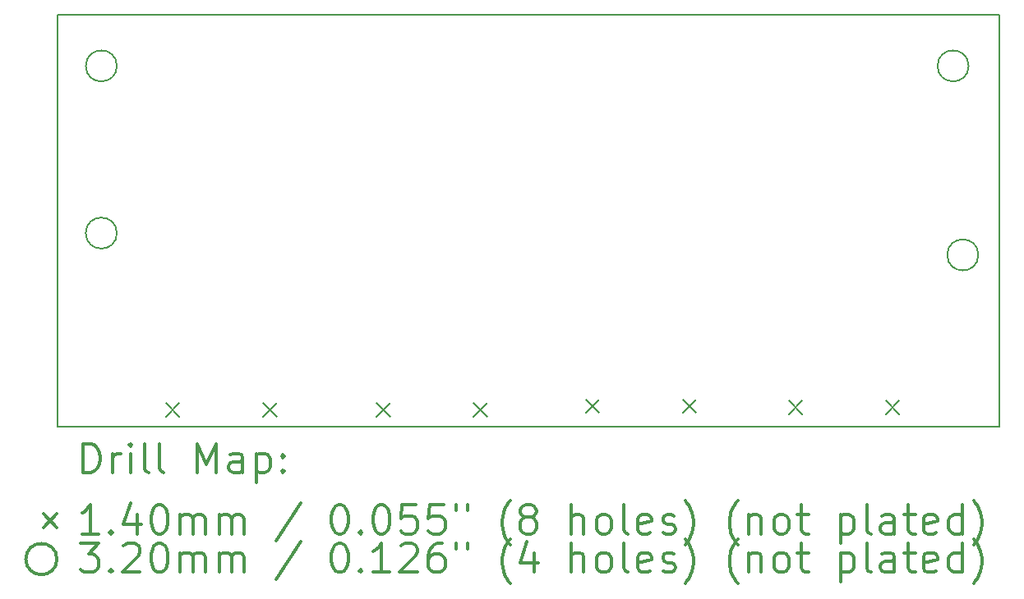
<source format=gbr>
%FSLAX45Y45*%
G04 Gerber Fmt 4.5, Leading zero omitted, Abs format (unit mm)*
G04 Created by KiCad (PCBNEW 4.0.2-stable) date 15/07/2016 14:21:15*
%MOMM*%
G01*
G04 APERTURE LIST*
%ADD10C,0.127000*%
%ADD11C,0.150000*%
%ADD12C,0.200000*%
%ADD13C,0.300000*%
G04 APERTURE END LIST*
D10*
D11*
X13150000Y-4250000D02*
X13150000Y-4350000D01*
X3450000Y-4250000D02*
X13150000Y-4250000D01*
X3450000Y-4350000D02*
X3450000Y-4250000D01*
X3450000Y-8500000D02*
X3450000Y-4350000D01*
X3775000Y-8500000D02*
X3450000Y-8500000D01*
X13150000Y-4350000D02*
X13150000Y-4825000D01*
X13150000Y-8500000D02*
X4075000Y-8500000D01*
X13150000Y-8475000D02*
X13150000Y-8500000D01*
X13150000Y-4825000D02*
X13150000Y-8475000D01*
X4075000Y-8500000D02*
X3775000Y-8500000D01*
D12*
X4565300Y-8252394D02*
X4705000Y-8392094D01*
X4705000Y-8252394D02*
X4565300Y-8392094D01*
X5565552Y-8252394D02*
X5705252Y-8392094D01*
X5705252Y-8252394D02*
X5565552Y-8392094D01*
X6735300Y-8252394D02*
X6875000Y-8392094D01*
X6875000Y-8252394D02*
X6735300Y-8392094D01*
X7735552Y-8252394D02*
X7875252Y-8392094D01*
X7875252Y-8252394D02*
X7735552Y-8392094D01*
X8890300Y-8216394D02*
X9030000Y-8356094D01*
X9030000Y-8216394D02*
X8890300Y-8356094D01*
X9890552Y-8216394D02*
X10030252Y-8356094D01*
X10030252Y-8216394D02*
X9890552Y-8356094D01*
X10980024Y-8229920D02*
X11119724Y-8369620D01*
X11119724Y-8229920D02*
X10980024Y-8369620D01*
X11980276Y-8229920D02*
X12119976Y-8369620D01*
X12119976Y-8229920D02*
X11980276Y-8369620D01*
X4060000Y-4775000D02*
G75*
G03X4060000Y-4775000I-160000J0D01*
G01*
X4060000Y-6500000D02*
G75*
G03X4060000Y-6500000I-160000J0D01*
G01*
X12835000Y-4775000D02*
G75*
G03X12835000Y-4775000I-160000J0D01*
G01*
X12935000Y-6725000D02*
G75*
G03X12935000Y-6725000I-160000J0D01*
G01*
D13*
X3713928Y-8973214D02*
X3713928Y-8673214D01*
X3785357Y-8673214D01*
X3828214Y-8687500D01*
X3856786Y-8716072D01*
X3871071Y-8744643D01*
X3885357Y-8801786D01*
X3885357Y-8844643D01*
X3871071Y-8901786D01*
X3856786Y-8930357D01*
X3828214Y-8958929D01*
X3785357Y-8973214D01*
X3713928Y-8973214D01*
X4013928Y-8973214D02*
X4013928Y-8773214D01*
X4013928Y-8830357D02*
X4028214Y-8801786D01*
X4042500Y-8787500D01*
X4071071Y-8773214D01*
X4099643Y-8773214D01*
X4199643Y-8973214D02*
X4199643Y-8773214D01*
X4199643Y-8673214D02*
X4185357Y-8687500D01*
X4199643Y-8701786D01*
X4213929Y-8687500D01*
X4199643Y-8673214D01*
X4199643Y-8701786D01*
X4385357Y-8973214D02*
X4356786Y-8958929D01*
X4342500Y-8930357D01*
X4342500Y-8673214D01*
X4542500Y-8973214D02*
X4513929Y-8958929D01*
X4499643Y-8930357D01*
X4499643Y-8673214D01*
X4885357Y-8973214D02*
X4885357Y-8673214D01*
X4985357Y-8887500D01*
X5085357Y-8673214D01*
X5085357Y-8973214D01*
X5356786Y-8973214D02*
X5356786Y-8816072D01*
X5342500Y-8787500D01*
X5313929Y-8773214D01*
X5256786Y-8773214D01*
X5228214Y-8787500D01*
X5356786Y-8958929D02*
X5328214Y-8973214D01*
X5256786Y-8973214D01*
X5228214Y-8958929D01*
X5213929Y-8930357D01*
X5213929Y-8901786D01*
X5228214Y-8873214D01*
X5256786Y-8858929D01*
X5328214Y-8858929D01*
X5356786Y-8844643D01*
X5499643Y-8773214D02*
X5499643Y-9073214D01*
X5499643Y-8787500D02*
X5528214Y-8773214D01*
X5585357Y-8773214D01*
X5613928Y-8787500D01*
X5628214Y-8801786D01*
X5642500Y-8830357D01*
X5642500Y-8916072D01*
X5628214Y-8944643D01*
X5613928Y-8958929D01*
X5585357Y-8973214D01*
X5528214Y-8973214D01*
X5499643Y-8958929D01*
X5771071Y-8944643D02*
X5785357Y-8958929D01*
X5771071Y-8973214D01*
X5756786Y-8958929D01*
X5771071Y-8944643D01*
X5771071Y-8973214D01*
X5771071Y-8787500D02*
X5785357Y-8801786D01*
X5771071Y-8816072D01*
X5756786Y-8801786D01*
X5771071Y-8787500D01*
X5771071Y-8816072D01*
X3302800Y-9397650D02*
X3442500Y-9537350D01*
X3442500Y-9397650D02*
X3302800Y-9537350D01*
X3871071Y-9603214D02*
X3699643Y-9603214D01*
X3785357Y-9603214D02*
X3785357Y-9303214D01*
X3756786Y-9346072D01*
X3728214Y-9374643D01*
X3699643Y-9388929D01*
X3999643Y-9574643D02*
X4013928Y-9588929D01*
X3999643Y-9603214D01*
X3985357Y-9588929D01*
X3999643Y-9574643D01*
X3999643Y-9603214D01*
X4271071Y-9403214D02*
X4271071Y-9603214D01*
X4199643Y-9288929D02*
X4128214Y-9503214D01*
X4313928Y-9503214D01*
X4485357Y-9303214D02*
X4513929Y-9303214D01*
X4542500Y-9317500D01*
X4556786Y-9331786D01*
X4571071Y-9360357D01*
X4585357Y-9417500D01*
X4585357Y-9488929D01*
X4571071Y-9546072D01*
X4556786Y-9574643D01*
X4542500Y-9588929D01*
X4513929Y-9603214D01*
X4485357Y-9603214D01*
X4456786Y-9588929D01*
X4442500Y-9574643D01*
X4428214Y-9546072D01*
X4413929Y-9488929D01*
X4413929Y-9417500D01*
X4428214Y-9360357D01*
X4442500Y-9331786D01*
X4456786Y-9317500D01*
X4485357Y-9303214D01*
X4713929Y-9603214D02*
X4713929Y-9403214D01*
X4713929Y-9431786D02*
X4728214Y-9417500D01*
X4756786Y-9403214D01*
X4799643Y-9403214D01*
X4828214Y-9417500D01*
X4842500Y-9446072D01*
X4842500Y-9603214D01*
X4842500Y-9446072D02*
X4856786Y-9417500D01*
X4885357Y-9403214D01*
X4928214Y-9403214D01*
X4956786Y-9417500D01*
X4971071Y-9446072D01*
X4971071Y-9603214D01*
X5113929Y-9603214D02*
X5113929Y-9403214D01*
X5113929Y-9431786D02*
X5128214Y-9417500D01*
X5156786Y-9403214D01*
X5199643Y-9403214D01*
X5228214Y-9417500D01*
X5242500Y-9446072D01*
X5242500Y-9603214D01*
X5242500Y-9446072D02*
X5256786Y-9417500D01*
X5285357Y-9403214D01*
X5328214Y-9403214D01*
X5356786Y-9417500D01*
X5371071Y-9446072D01*
X5371071Y-9603214D01*
X5956786Y-9288929D02*
X5699643Y-9674643D01*
X6342500Y-9303214D02*
X6371071Y-9303214D01*
X6399643Y-9317500D01*
X6413928Y-9331786D01*
X6428214Y-9360357D01*
X6442500Y-9417500D01*
X6442500Y-9488929D01*
X6428214Y-9546072D01*
X6413928Y-9574643D01*
X6399643Y-9588929D01*
X6371071Y-9603214D01*
X6342500Y-9603214D01*
X6313928Y-9588929D01*
X6299643Y-9574643D01*
X6285357Y-9546072D01*
X6271071Y-9488929D01*
X6271071Y-9417500D01*
X6285357Y-9360357D01*
X6299643Y-9331786D01*
X6313928Y-9317500D01*
X6342500Y-9303214D01*
X6571071Y-9574643D02*
X6585357Y-9588929D01*
X6571071Y-9603214D01*
X6556786Y-9588929D01*
X6571071Y-9574643D01*
X6571071Y-9603214D01*
X6771071Y-9303214D02*
X6799643Y-9303214D01*
X6828214Y-9317500D01*
X6842500Y-9331786D01*
X6856785Y-9360357D01*
X6871071Y-9417500D01*
X6871071Y-9488929D01*
X6856785Y-9546072D01*
X6842500Y-9574643D01*
X6828214Y-9588929D01*
X6799643Y-9603214D01*
X6771071Y-9603214D01*
X6742500Y-9588929D01*
X6728214Y-9574643D01*
X6713928Y-9546072D01*
X6699643Y-9488929D01*
X6699643Y-9417500D01*
X6713928Y-9360357D01*
X6728214Y-9331786D01*
X6742500Y-9317500D01*
X6771071Y-9303214D01*
X7142500Y-9303214D02*
X6999643Y-9303214D01*
X6985357Y-9446072D01*
X6999643Y-9431786D01*
X7028214Y-9417500D01*
X7099643Y-9417500D01*
X7128214Y-9431786D01*
X7142500Y-9446072D01*
X7156785Y-9474643D01*
X7156785Y-9546072D01*
X7142500Y-9574643D01*
X7128214Y-9588929D01*
X7099643Y-9603214D01*
X7028214Y-9603214D01*
X6999643Y-9588929D01*
X6985357Y-9574643D01*
X7428214Y-9303214D02*
X7285357Y-9303214D01*
X7271071Y-9446072D01*
X7285357Y-9431786D01*
X7313928Y-9417500D01*
X7385357Y-9417500D01*
X7413928Y-9431786D01*
X7428214Y-9446072D01*
X7442500Y-9474643D01*
X7442500Y-9546072D01*
X7428214Y-9574643D01*
X7413928Y-9588929D01*
X7385357Y-9603214D01*
X7313928Y-9603214D01*
X7285357Y-9588929D01*
X7271071Y-9574643D01*
X7556786Y-9303214D02*
X7556786Y-9360357D01*
X7671071Y-9303214D02*
X7671071Y-9360357D01*
X8113928Y-9717500D02*
X8099643Y-9703214D01*
X8071071Y-9660357D01*
X8056785Y-9631786D01*
X8042500Y-9588929D01*
X8028214Y-9517500D01*
X8028214Y-9460357D01*
X8042500Y-9388929D01*
X8056785Y-9346072D01*
X8071071Y-9317500D01*
X8099643Y-9274643D01*
X8113928Y-9260357D01*
X8271071Y-9431786D02*
X8242500Y-9417500D01*
X8228214Y-9403214D01*
X8213928Y-9374643D01*
X8213928Y-9360357D01*
X8228214Y-9331786D01*
X8242500Y-9317500D01*
X8271071Y-9303214D01*
X8328214Y-9303214D01*
X8356785Y-9317500D01*
X8371071Y-9331786D01*
X8385357Y-9360357D01*
X8385357Y-9374643D01*
X8371071Y-9403214D01*
X8356785Y-9417500D01*
X8328214Y-9431786D01*
X8271071Y-9431786D01*
X8242500Y-9446072D01*
X8228214Y-9460357D01*
X8213928Y-9488929D01*
X8213928Y-9546072D01*
X8228214Y-9574643D01*
X8242500Y-9588929D01*
X8271071Y-9603214D01*
X8328214Y-9603214D01*
X8356785Y-9588929D01*
X8371071Y-9574643D01*
X8385357Y-9546072D01*
X8385357Y-9488929D01*
X8371071Y-9460357D01*
X8356785Y-9446072D01*
X8328214Y-9431786D01*
X8742500Y-9603214D02*
X8742500Y-9303214D01*
X8871071Y-9603214D02*
X8871071Y-9446072D01*
X8856786Y-9417500D01*
X8828214Y-9403214D01*
X8785357Y-9403214D01*
X8756786Y-9417500D01*
X8742500Y-9431786D01*
X9056786Y-9603214D02*
X9028214Y-9588929D01*
X9013928Y-9574643D01*
X8999643Y-9546072D01*
X8999643Y-9460357D01*
X9013928Y-9431786D01*
X9028214Y-9417500D01*
X9056786Y-9403214D01*
X9099643Y-9403214D01*
X9128214Y-9417500D01*
X9142500Y-9431786D01*
X9156786Y-9460357D01*
X9156786Y-9546072D01*
X9142500Y-9574643D01*
X9128214Y-9588929D01*
X9099643Y-9603214D01*
X9056786Y-9603214D01*
X9328214Y-9603214D02*
X9299643Y-9588929D01*
X9285357Y-9560357D01*
X9285357Y-9303214D01*
X9556786Y-9588929D02*
X9528214Y-9603214D01*
X9471071Y-9603214D01*
X9442500Y-9588929D01*
X9428214Y-9560357D01*
X9428214Y-9446072D01*
X9442500Y-9417500D01*
X9471071Y-9403214D01*
X9528214Y-9403214D01*
X9556786Y-9417500D01*
X9571071Y-9446072D01*
X9571071Y-9474643D01*
X9428214Y-9503214D01*
X9685357Y-9588929D02*
X9713929Y-9603214D01*
X9771071Y-9603214D01*
X9799643Y-9588929D01*
X9813929Y-9560357D01*
X9813929Y-9546072D01*
X9799643Y-9517500D01*
X9771071Y-9503214D01*
X9728214Y-9503214D01*
X9699643Y-9488929D01*
X9685357Y-9460357D01*
X9685357Y-9446072D01*
X9699643Y-9417500D01*
X9728214Y-9403214D01*
X9771071Y-9403214D01*
X9799643Y-9417500D01*
X9913928Y-9717500D02*
X9928214Y-9703214D01*
X9956786Y-9660357D01*
X9971071Y-9631786D01*
X9985357Y-9588929D01*
X9999643Y-9517500D01*
X9999643Y-9460357D01*
X9985357Y-9388929D01*
X9971071Y-9346072D01*
X9956786Y-9317500D01*
X9928214Y-9274643D01*
X9913928Y-9260357D01*
X10456786Y-9717500D02*
X10442500Y-9703214D01*
X10413928Y-9660357D01*
X10399643Y-9631786D01*
X10385357Y-9588929D01*
X10371071Y-9517500D01*
X10371071Y-9460357D01*
X10385357Y-9388929D01*
X10399643Y-9346072D01*
X10413928Y-9317500D01*
X10442500Y-9274643D01*
X10456786Y-9260357D01*
X10571071Y-9403214D02*
X10571071Y-9603214D01*
X10571071Y-9431786D02*
X10585357Y-9417500D01*
X10613928Y-9403214D01*
X10656786Y-9403214D01*
X10685357Y-9417500D01*
X10699643Y-9446072D01*
X10699643Y-9603214D01*
X10885357Y-9603214D02*
X10856786Y-9588929D01*
X10842500Y-9574643D01*
X10828214Y-9546072D01*
X10828214Y-9460357D01*
X10842500Y-9431786D01*
X10856786Y-9417500D01*
X10885357Y-9403214D01*
X10928214Y-9403214D01*
X10956786Y-9417500D01*
X10971071Y-9431786D01*
X10985357Y-9460357D01*
X10985357Y-9546072D01*
X10971071Y-9574643D01*
X10956786Y-9588929D01*
X10928214Y-9603214D01*
X10885357Y-9603214D01*
X11071071Y-9403214D02*
X11185357Y-9403214D01*
X11113929Y-9303214D02*
X11113929Y-9560357D01*
X11128214Y-9588929D01*
X11156786Y-9603214D01*
X11185357Y-9603214D01*
X11513928Y-9403214D02*
X11513928Y-9703214D01*
X11513928Y-9417500D02*
X11542500Y-9403214D01*
X11599643Y-9403214D01*
X11628214Y-9417500D01*
X11642500Y-9431786D01*
X11656786Y-9460357D01*
X11656786Y-9546072D01*
X11642500Y-9574643D01*
X11628214Y-9588929D01*
X11599643Y-9603214D01*
X11542500Y-9603214D01*
X11513928Y-9588929D01*
X11828214Y-9603214D02*
X11799643Y-9588929D01*
X11785357Y-9560357D01*
X11785357Y-9303214D01*
X12071071Y-9603214D02*
X12071071Y-9446072D01*
X12056786Y-9417500D01*
X12028214Y-9403214D01*
X11971071Y-9403214D01*
X11942500Y-9417500D01*
X12071071Y-9588929D02*
X12042500Y-9603214D01*
X11971071Y-9603214D01*
X11942500Y-9588929D01*
X11928214Y-9560357D01*
X11928214Y-9531786D01*
X11942500Y-9503214D01*
X11971071Y-9488929D01*
X12042500Y-9488929D01*
X12071071Y-9474643D01*
X12171071Y-9403214D02*
X12285357Y-9403214D01*
X12213929Y-9303214D02*
X12213929Y-9560357D01*
X12228214Y-9588929D01*
X12256786Y-9603214D01*
X12285357Y-9603214D01*
X12499643Y-9588929D02*
X12471071Y-9603214D01*
X12413929Y-9603214D01*
X12385357Y-9588929D01*
X12371071Y-9560357D01*
X12371071Y-9446072D01*
X12385357Y-9417500D01*
X12413929Y-9403214D01*
X12471071Y-9403214D01*
X12499643Y-9417500D01*
X12513929Y-9446072D01*
X12513929Y-9474643D01*
X12371071Y-9503214D01*
X12771071Y-9603214D02*
X12771071Y-9303214D01*
X12771071Y-9588929D02*
X12742500Y-9603214D01*
X12685357Y-9603214D01*
X12656786Y-9588929D01*
X12642500Y-9574643D01*
X12628214Y-9546072D01*
X12628214Y-9460357D01*
X12642500Y-9431786D01*
X12656786Y-9417500D01*
X12685357Y-9403214D01*
X12742500Y-9403214D01*
X12771071Y-9417500D01*
X12885357Y-9717500D02*
X12899643Y-9703214D01*
X12928214Y-9660357D01*
X12942500Y-9631786D01*
X12956786Y-9588929D01*
X12971071Y-9517500D01*
X12971071Y-9460357D01*
X12956786Y-9388929D01*
X12942500Y-9346072D01*
X12928214Y-9317500D01*
X12899643Y-9274643D01*
X12885357Y-9260357D01*
X3442500Y-9863500D02*
G75*
G03X3442500Y-9863500I-160000J0D01*
G01*
X3685357Y-9699214D02*
X3871071Y-9699214D01*
X3771071Y-9813500D01*
X3813928Y-9813500D01*
X3842500Y-9827786D01*
X3856786Y-9842072D01*
X3871071Y-9870643D01*
X3871071Y-9942072D01*
X3856786Y-9970643D01*
X3842500Y-9984929D01*
X3813928Y-9999214D01*
X3728214Y-9999214D01*
X3699643Y-9984929D01*
X3685357Y-9970643D01*
X3999643Y-9970643D02*
X4013928Y-9984929D01*
X3999643Y-9999214D01*
X3985357Y-9984929D01*
X3999643Y-9970643D01*
X3999643Y-9999214D01*
X4128214Y-9727786D02*
X4142500Y-9713500D01*
X4171071Y-9699214D01*
X4242500Y-9699214D01*
X4271071Y-9713500D01*
X4285357Y-9727786D01*
X4299643Y-9756357D01*
X4299643Y-9784929D01*
X4285357Y-9827786D01*
X4113928Y-9999214D01*
X4299643Y-9999214D01*
X4485357Y-9699214D02*
X4513929Y-9699214D01*
X4542500Y-9713500D01*
X4556786Y-9727786D01*
X4571071Y-9756357D01*
X4585357Y-9813500D01*
X4585357Y-9884929D01*
X4571071Y-9942072D01*
X4556786Y-9970643D01*
X4542500Y-9984929D01*
X4513929Y-9999214D01*
X4485357Y-9999214D01*
X4456786Y-9984929D01*
X4442500Y-9970643D01*
X4428214Y-9942072D01*
X4413929Y-9884929D01*
X4413929Y-9813500D01*
X4428214Y-9756357D01*
X4442500Y-9727786D01*
X4456786Y-9713500D01*
X4485357Y-9699214D01*
X4713929Y-9999214D02*
X4713929Y-9799214D01*
X4713929Y-9827786D02*
X4728214Y-9813500D01*
X4756786Y-9799214D01*
X4799643Y-9799214D01*
X4828214Y-9813500D01*
X4842500Y-9842072D01*
X4842500Y-9999214D01*
X4842500Y-9842072D02*
X4856786Y-9813500D01*
X4885357Y-9799214D01*
X4928214Y-9799214D01*
X4956786Y-9813500D01*
X4971071Y-9842072D01*
X4971071Y-9999214D01*
X5113929Y-9999214D02*
X5113929Y-9799214D01*
X5113929Y-9827786D02*
X5128214Y-9813500D01*
X5156786Y-9799214D01*
X5199643Y-9799214D01*
X5228214Y-9813500D01*
X5242500Y-9842072D01*
X5242500Y-9999214D01*
X5242500Y-9842072D02*
X5256786Y-9813500D01*
X5285357Y-9799214D01*
X5328214Y-9799214D01*
X5356786Y-9813500D01*
X5371071Y-9842072D01*
X5371071Y-9999214D01*
X5956786Y-9684929D02*
X5699643Y-10070643D01*
X6342500Y-9699214D02*
X6371071Y-9699214D01*
X6399643Y-9713500D01*
X6413928Y-9727786D01*
X6428214Y-9756357D01*
X6442500Y-9813500D01*
X6442500Y-9884929D01*
X6428214Y-9942072D01*
X6413928Y-9970643D01*
X6399643Y-9984929D01*
X6371071Y-9999214D01*
X6342500Y-9999214D01*
X6313928Y-9984929D01*
X6299643Y-9970643D01*
X6285357Y-9942072D01*
X6271071Y-9884929D01*
X6271071Y-9813500D01*
X6285357Y-9756357D01*
X6299643Y-9727786D01*
X6313928Y-9713500D01*
X6342500Y-9699214D01*
X6571071Y-9970643D02*
X6585357Y-9984929D01*
X6571071Y-9999214D01*
X6556786Y-9984929D01*
X6571071Y-9970643D01*
X6571071Y-9999214D01*
X6871071Y-9999214D02*
X6699643Y-9999214D01*
X6785357Y-9999214D02*
X6785357Y-9699214D01*
X6756785Y-9742072D01*
X6728214Y-9770643D01*
X6699643Y-9784929D01*
X6985357Y-9727786D02*
X6999643Y-9713500D01*
X7028214Y-9699214D01*
X7099643Y-9699214D01*
X7128214Y-9713500D01*
X7142500Y-9727786D01*
X7156785Y-9756357D01*
X7156785Y-9784929D01*
X7142500Y-9827786D01*
X6971071Y-9999214D01*
X7156785Y-9999214D01*
X7413928Y-9699214D02*
X7356785Y-9699214D01*
X7328214Y-9713500D01*
X7313928Y-9727786D01*
X7285357Y-9770643D01*
X7271071Y-9827786D01*
X7271071Y-9942072D01*
X7285357Y-9970643D01*
X7299643Y-9984929D01*
X7328214Y-9999214D01*
X7385357Y-9999214D01*
X7413928Y-9984929D01*
X7428214Y-9970643D01*
X7442500Y-9942072D01*
X7442500Y-9870643D01*
X7428214Y-9842072D01*
X7413928Y-9827786D01*
X7385357Y-9813500D01*
X7328214Y-9813500D01*
X7299643Y-9827786D01*
X7285357Y-9842072D01*
X7271071Y-9870643D01*
X7556786Y-9699214D02*
X7556786Y-9756357D01*
X7671071Y-9699214D02*
X7671071Y-9756357D01*
X8113928Y-10113500D02*
X8099643Y-10099214D01*
X8071071Y-10056357D01*
X8056785Y-10027786D01*
X8042500Y-9984929D01*
X8028214Y-9913500D01*
X8028214Y-9856357D01*
X8042500Y-9784929D01*
X8056785Y-9742072D01*
X8071071Y-9713500D01*
X8099643Y-9670643D01*
X8113928Y-9656357D01*
X8356785Y-9799214D02*
X8356785Y-9999214D01*
X8285357Y-9684929D02*
X8213928Y-9899214D01*
X8399643Y-9899214D01*
X8742500Y-9999214D02*
X8742500Y-9699214D01*
X8871071Y-9999214D02*
X8871071Y-9842072D01*
X8856786Y-9813500D01*
X8828214Y-9799214D01*
X8785357Y-9799214D01*
X8756786Y-9813500D01*
X8742500Y-9827786D01*
X9056786Y-9999214D02*
X9028214Y-9984929D01*
X9013928Y-9970643D01*
X8999643Y-9942072D01*
X8999643Y-9856357D01*
X9013928Y-9827786D01*
X9028214Y-9813500D01*
X9056786Y-9799214D01*
X9099643Y-9799214D01*
X9128214Y-9813500D01*
X9142500Y-9827786D01*
X9156786Y-9856357D01*
X9156786Y-9942072D01*
X9142500Y-9970643D01*
X9128214Y-9984929D01*
X9099643Y-9999214D01*
X9056786Y-9999214D01*
X9328214Y-9999214D02*
X9299643Y-9984929D01*
X9285357Y-9956357D01*
X9285357Y-9699214D01*
X9556786Y-9984929D02*
X9528214Y-9999214D01*
X9471071Y-9999214D01*
X9442500Y-9984929D01*
X9428214Y-9956357D01*
X9428214Y-9842072D01*
X9442500Y-9813500D01*
X9471071Y-9799214D01*
X9528214Y-9799214D01*
X9556786Y-9813500D01*
X9571071Y-9842072D01*
X9571071Y-9870643D01*
X9428214Y-9899214D01*
X9685357Y-9984929D02*
X9713929Y-9999214D01*
X9771071Y-9999214D01*
X9799643Y-9984929D01*
X9813929Y-9956357D01*
X9813929Y-9942072D01*
X9799643Y-9913500D01*
X9771071Y-9899214D01*
X9728214Y-9899214D01*
X9699643Y-9884929D01*
X9685357Y-9856357D01*
X9685357Y-9842072D01*
X9699643Y-9813500D01*
X9728214Y-9799214D01*
X9771071Y-9799214D01*
X9799643Y-9813500D01*
X9913928Y-10113500D02*
X9928214Y-10099214D01*
X9956786Y-10056357D01*
X9971071Y-10027786D01*
X9985357Y-9984929D01*
X9999643Y-9913500D01*
X9999643Y-9856357D01*
X9985357Y-9784929D01*
X9971071Y-9742072D01*
X9956786Y-9713500D01*
X9928214Y-9670643D01*
X9913928Y-9656357D01*
X10456786Y-10113500D02*
X10442500Y-10099214D01*
X10413928Y-10056357D01*
X10399643Y-10027786D01*
X10385357Y-9984929D01*
X10371071Y-9913500D01*
X10371071Y-9856357D01*
X10385357Y-9784929D01*
X10399643Y-9742072D01*
X10413928Y-9713500D01*
X10442500Y-9670643D01*
X10456786Y-9656357D01*
X10571071Y-9799214D02*
X10571071Y-9999214D01*
X10571071Y-9827786D02*
X10585357Y-9813500D01*
X10613928Y-9799214D01*
X10656786Y-9799214D01*
X10685357Y-9813500D01*
X10699643Y-9842072D01*
X10699643Y-9999214D01*
X10885357Y-9999214D02*
X10856786Y-9984929D01*
X10842500Y-9970643D01*
X10828214Y-9942072D01*
X10828214Y-9856357D01*
X10842500Y-9827786D01*
X10856786Y-9813500D01*
X10885357Y-9799214D01*
X10928214Y-9799214D01*
X10956786Y-9813500D01*
X10971071Y-9827786D01*
X10985357Y-9856357D01*
X10985357Y-9942072D01*
X10971071Y-9970643D01*
X10956786Y-9984929D01*
X10928214Y-9999214D01*
X10885357Y-9999214D01*
X11071071Y-9799214D02*
X11185357Y-9799214D01*
X11113929Y-9699214D02*
X11113929Y-9956357D01*
X11128214Y-9984929D01*
X11156786Y-9999214D01*
X11185357Y-9999214D01*
X11513928Y-9799214D02*
X11513928Y-10099214D01*
X11513928Y-9813500D02*
X11542500Y-9799214D01*
X11599643Y-9799214D01*
X11628214Y-9813500D01*
X11642500Y-9827786D01*
X11656786Y-9856357D01*
X11656786Y-9942072D01*
X11642500Y-9970643D01*
X11628214Y-9984929D01*
X11599643Y-9999214D01*
X11542500Y-9999214D01*
X11513928Y-9984929D01*
X11828214Y-9999214D02*
X11799643Y-9984929D01*
X11785357Y-9956357D01*
X11785357Y-9699214D01*
X12071071Y-9999214D02*
X12071071Y-9842072D01*
X12056786Y-9813500D01*
X12028214Y-9799214D01*
X11971071Y-9799214D01*
X11942500Y-9813500D01*
X12071071Y-9984929D02*
X12042500Y-9999214D01*
X11971071Y-9999214D01*
X11942500Y-9984929D01*
X11928214Y-9956357D01*
X11928214Y-9927786D01*
X11942500Y-9899214D01*
X11971071Y-9884929D01*
X12042500Y-9884929D01*
X12071071Y-9870643D01*
X12171071Y-9799214D02*
X12285357Y-9799214D01*
X12213929Y-9699214D02*
X12213929Y-9956357D01*
X12228214Y-9984929D01*
X12256786Y-9999214D01*
X12285357Y-9999214D01*
X12499643Y-9984929D02*
X12471071Y-9999214D01*
X12413929Y-9999214D01*
X12385357Y-9984929D01*
X12371071Y-9956357D01*
X12371071Y-9842072D01*
X12385357Y-9813500D01*
X12413929Y-9799214D01*
X12471071Y-9799214D01*
X12499643Y-9813500D01*
X12513929Y-9842072D01*
X12513929Y-9870643D01*
X12371071Y-9899214D01*
X12771071Y-9999214D02*
X12771071Y-9699214D01*
X12771071Y-9984929D02*
X12742500Y-9999214D01*
X12685357Y-9999214D01*
X12656786Y-9984929D01*
X12642500Y-9970643D01*
X12628214Y-9942072D01*
X12628214Y-9856357D01*
X12642500Y-9827786D01*
X12656786Y-9813500D01*
X12685357Y-9799214D01*
X12742500Y-9799214D01*
X12771071Y-9813500D01*
X12885357Y-10113500D02*
X12899643Y-10099214D01*
X12928214Y-10056357D01*
X12942500Y-10027786D01*
X12956786Y-9984929D01*
X12971071Y-9913500D01*
X12971071Y-9856357D01*
X12956786Y-9784929D01*
X12942500Y-9742072D01*
X12928214Y-9713500D01*
X12899643Y-9670643D01*
X12885357Y-9656357D01*
M02*

</source>
